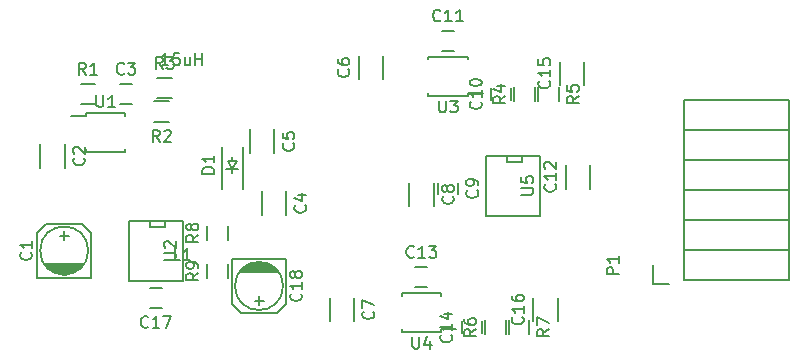
<source format=gto>
G04 #@! TF.FileFunction,Legend,Top*
%FSLAX46Y46*%
G04 Gerber Fmt 4.6, Leading zero omitted, Abs format (unit mm)*
G04 Created by KiCad (PCBNEW (2014-11-17 BZR 5289)-product) date Mon 10 Aug 2015 05:49:24 PM EDT*
%MOMM*%
G01*
G04 APERTURE LIST*
%ADD10C,0.100000*%
%ADD11C,0.150000*%
G04 APERTURE END LIST*
D10*
D11*
X154925000Y-128750000D02*
X154925000Y-126750000D01*
X157075000Y-126750000D02*
X157075000Y-128750000D01*
X171250000Y-128182500D02*
X171250000Y-127801500D01*
X171250000Y-129198500D02*
X171250000Y-128817500D01*
X171250000Y-128817500D02*
X170869000Y-128182500D01*
X170869000Y-128182500D02*
X171631000Y-128182500D01*
X171631000Y-128182500D02*
X171250000Y-128817500D01*
X170742000Y-128817500D02*
X171758000Y-128817500D01*
X172150000Y-130500000D02*
X172150000Y-126960000D01*
X170350000Y-130500000D02*
X170350000Y-126960000D01*
X218350000Y-123030000D02*
X209520000Y-123030000D01*
X218350000Y-125570000D02*
X218350000Y-123030000D01*
X209520000Y-125570000D02*
X209520000Y-123030000D01*
X209520000Y-128110000D02*
X209520000Y-125570000D01*
X218350000Y-128110000D02*
X218350000Y-125570000D01*
X218350000Y-125570000D02*
X209520000Y-125570000D01*
X218350000Y-128110000D02*
X209520000Y-128110000D01*
X218350000Y-130650000D02*
X218350000Y-128110000D01*
X209520000Y-130650000D02*
X209520000Y-128110000D01*
X209520000Y-133190000D02*
X209520000Y-130650000D01*
X218350000Y-133190000D02*
X218350000Y-130650000D01*
X218350000Y-130650000D02*
X209520000Y-130650000D01*
X218350000Y-133190000D02*
X209520000Y-133190000D01*
X218350000Y-135730000D02*
X218350000Y-133190000D01*
X209520000Y-135730000D02*
X218350000Y-135730000D01*
X209520000Y-135730000D02*
X209520000Y-133190000D01*
X209520000Y-138270000D02*
X209520000Y-135730000D01*
X206850000Y-137000000D02*
X206850000Y-138550000D01*
X206850000Y-138550000D02*
X208250000Y-138550000D01*
X209520000Y-138270000D02*
X218350000Y-138270000D01*
X218350000Y-138270000D02*
X218350000Y-135730000D01*
X218350000Y-135730000D02*
X209520000Y-135730000D01*
X159600000Y-123375000D02*
X158400000Y-123375000D01*
X158400000Y-121625000D02*
X159600000Y-121625000D01*
X164650000Y-123125000D02*
X165850000Y-123125000D01*
X165850000Y-124875000D02*
X164650000Y-124875000D01*
X166100000Y-122875000D02*
X164900000Y-122875000D01*
X164900000Y-121125000D02*
X166100000Y-121125000D01*
X196875000Y-121900000D02*
X196875000Y-123100000D01*
X195125000Y-123100000D02*
X195125000Y-121900000D01*
X197125000Y-123100000D02*
X197125000Y-121900000D01*
X198875000Y-121900000D02*
X198875000Y-123100000D01*
X194375000Y-141650000D02*
X194375000Y-142850000D01*
X192625000Y-142850000D02*
X192625000Y-141650000D01*
X194625000Y-142850000D02*
X194625000Y-141650000D01*
X196375000Y-141650000D02*
X196375000Y-142850000D01*
X170875000Y-133650000D02*
X170875000Y-134850000D01*
X169125000Y-134850000D02*
X169125000Y-133650000D01*
X170875000Y-136900000D02*
X170875000Y-138100000D01*
X169125000Y-138100000D02*
X169125000Y-136900000D01*
X158825000Y-124075000D02*
X158825000Y-124325000D01*
X162175000Y-124075000D02*
X162175000Y-124325000D01*
X162175000Y-127425000D02*
X162175000Y-127175000D01*
X158825000Y-127425000D02*
X158825000Y-127175000D01*
X158825000Y-124075000D02*
X162175000Y-124075000D01*
X158825000Y-127425000D02*
X162175000Y-127425000D01*
X158825000Y-124325000D02*
X157575000Y-124325000D01*
X191175000Y-122675000D02*
X191175000Y-122425000D01*
X187825000Y-122675000D02*
X187825000Y-122425000D01*
X187825000Y-119325000D02*
X187825000Y-119575000D01*
X191175000Y-119325000D02*
X191175000Y-119575000D01*
X191175000Y-122675000D02*
X187825000Y-122675000D01*
X191175000Y-119325000D02*
X187825000Y-119325000D01*
X191175000Y-122425000D02*
X192425000Y-122425000D01*
X188925000Y-142675000D02*
X188925000Y-142425000D01*
X185575000Y-142675000D02*
X185575000Y-142425000D01*
X185575000Y-139325000D02*
X185575000Y-139575000D01*
X188925000Y-139325000D02*
X188925000Y-139575000D01*
X188925000Y-142675000D02*
X185575000Y-142675000D01*
X188925000Y-139325000D02*
X185575000Y-139325000D01*
X188925000Y-142425000D02*
X190175000Y-142425000D01*
X197286000Y-127710000D02*
X197286000Y-132790000D01*
X197286000Y-132790000D02*
X192714000Y-132790000D01*
X192714000Y-132790000D02*
X192714000Y-127710000D01*
X192714000Y-127710000D02*
X197286000Y-127710000D01*
X195762000Y-127710000D02*
X195762000Y-128218000D01*
X195762000Y-128218000D02*
X194492000Y-128218000D01*
X194492000Y-128218000D02*
X194492000Y-127710000D01*
X157000000Y-134099000D02*
X157000000Y-134861000D01*
X156619000Y-134480000D02*
X157381000Y-134480000D01*
X159286000Y-134226000D02*
X159286000Y-138036000D01*
X155476000Y-133464000D02*
X158524000Y-133464000D01*
X159286000Y-134226000D02*
X158524000Y-133464000D01*
X154714000Y-134226000D02*
X154714000Y-138036000D01*
X154714000Y-134226000D02*
X155476000Y-133464000D01*
X157127000Y-137782000D02*
X156873000Y-137782000D01*
X156365000Y-137655000D02*
X157635000Y-137655000D01*
X157889000Y-137528000D02*
X156111000Y-137528000D01*
X158143000Y-137401000D02*
X155857000Y-137401000D01*
X155730000Y-137274000D02*
X158270000Y-137274000D01*
X158397000Y-137147000D02*
X155603000Y-137147000D01*
X155476000Y-137020000D02*
X158524000Y-137020000D01*
X155349000Y-136893000D02*
X158651000Y-136893000D01*
X154714000Y-138036000D02*
X159286000Y-138036000D01*
X159032000Y-135750000D02*
G75*
G03X159032000Y-135750000I-2032000J0D01*
G01*
X167036000Y-133210000D02*
X167036000Y-138290000D01*
X167036000Y-138290000D02*
X162464000Y-138290000D01*
X162464000Y-138290000D02*
X162464000Y-133210000D01*
X162464000Y-133210000D02*
X167036000Y-133210000D01*
X165512000Y-133210000D02*
X165512000Y-133718000D01*
X165512000Y-133718000D02*
X164242000Y-133718000D01*
X164242000Y-133718000D02*
X164242000Y-133210000D01*
X162750000Y-121650000D02*
X161750000Y-121650000D01*
X161750000Y-123350000D02*
X162750000Y-123350000D01*
X175775000Y-132750000D02*
X175775000Y-130750000D01*
X173725000Y-130750000D02*
X173725000Y-132750000D01*
X174775000Y-127500000D02*
X174775000Y-125500000D01*
X172725000Y-125500000D02*
X172725000Y-127500000D01*
X181975000Y-119250000D02*
X181975000Y-121250000D01*
X184025000Y-121250000D02*
X184025000Y-119250000D01*
X181525000Y-141750000D02*
X181525000Y-139750000D01*
X179475000Y-139750000D02*
X179475000Y-141750000D01*
X188275000Y-132000000D02*
X188275000Y-130000000D01*
X186225000Y-130000000D02*
X186225000Y-132000000D01*
X190350000Y-131000000D02*
X190350000Y-130000000D01*
X188650000Y-130000000D02*
X188650000Y-131000000D01*
X193150000Y-122000000D02*
X193150000Y-123000000D01*
X194850000Y-123000000D02*
X194850000Y-122000000D01*
X190000000Y-117150000D02*
X189000000Y-117150000D01*
X189000000Y-118850000D02*
X190000000Y-118850000D01*
X199475000Y-128500000D02*
X199475000Y-130500000D01*
X201525000Y-130500000D02*
X201525000Y-128500000D01*
X187750000Y-137150000D02*
X186750000Y-137150000D01*
X186750000Y-138850000D02*
X187750000Y-138850000D01*
X190650000Y-141750000D02*
X190650000Y-142750000D01*
X192350000Y-142750000D02*
X192350000Y-141750000D01*
X198975000Y-119750000D02*
X198975000Y-121750000D01*
X201025000Y-121750000D02*
X201025000Y-119750000D01*
X164250000Y-140600000D02*
X165250000Y-140600000D01*
X165250000Y-138900000D02*
X164250000Y-138900000D01*
X173500000Y-140401000D02*
X173500000Y-139639000D01*
X173881000Y-140020000D02*
X173119000Y-140020000D01*
X171214000Y-140274000D02*
X171214000Y-136464000D01*
X175024000Y-141036000D02*
X171976000Y-141036000D01*
X171214000Y-140274000D02*
X171976000Y-141036000D01*
X175786000Y-140274000D02*
X175786000Y-136464000D01*
X175786000Y-140274000D02*
X175024000Y-141036000D01*
X173373000Y-136718000D02*
X173627000Y-136718000D01*
X174135000Y-136845000D02*
X172865000Y-136845000D01*
X172611000Y-136972000D02*
X174389000Y-136972000D01*
X172357000Y-137099000D02*
X174643000Y-137099000D01*
X174770000Y-137226000D02*
X172230000Y-137226000D01*
X172103000Y-137353000D02*
X174897000Y-137353000D01*
X175024000Y-137480000D02*
X171976000Y-137480000D01*
X175151000Y-137607000D02*
X171849000Y-137607000D01*
X175786000Y-136464000D02*
X171214000Y-136464000D01*
X175532000Y-138750000D02*
G75*
G03X175532000Y-138750000I-2032000J0D01*
G01*
X196725000Y-139750000D02*
X196725000Y-141750000D01*
X198775000Y-141750000D02*
X198775000Y-139750000D01*
X158657143Y-127916666D02*
X158704762Y-127964285D01*
X158752381Y-128107142D01*
X158752381Y-128202380D01*
X158704762Y-128345238D01*
X158609524Y-128440476D01*
X158514286Y-128488095D01*
X158323810Y-128535714D01*
X158180952Y-128535714D01*
X157990476Y-128488095D01*
X157895238Y-128440476D01*
X157800000Y-128345238D01*
X157752381Y-128202380D01*
X157752381Y-128107142D01*
X157800000Y-127964285D01*
X157847619Y-127916666D01*
X157847619Y-127535714D02*
X157800000Y-127488095D01*
X157752381Y-127392857D01*
X157752381Y-127154761D01*
X157800000Y-127059523D01*
X157847619Y-127011904D01*
X157942857Y-126964285D01*
X158038095Y-126964285D01*
X158180952Y-127011904D01*
X158752381Y-127583333D01*
X158752381Y-126964285D01*
X169702381Y-129238095D02*
X168702381Y-129238095D01*
X168702381Y-129000000D01*
X168750000Y-128857142D01*
X168845238Y-128761904D01*
X168940476Y-128714285D01*
X169130952Y-128666666D01*
X169273810Y-128666666D01*
X169464286Y-128714285D01*
X169559524Y-128761904D01*
X169654762Y-128857142D01*
X169702381Y-129000000D01*
X169702381Y-129238095D01*
X169702381Y-127714285D02*
X169702381Y-128285714D01*
X169702381Y-128000000D02*
X168702381Y-128000000D01*
X168845238Y-128095238D01*
X168940476Y-128190476D01*
X168988095Y-128285714D01*
X166833334Y-136572381D02*
X166357143Y-136572381D01*
X166357143Y-135572381D01*
X167690477Y-136572381D02*
X167119048Y-136572381D01*
X167404762Y-136572381D02*
X167404762Y-135572381D01*
X167309524Y-135715238D01*
X167214286Y-135810476D01*
X167119048Y-135858095D01*
X165833334Y-120062381D02*
X165261905Y-120062381D01*
X165547619Y-120062381D02*
X165547619Y-119062381D01*
X165452381Y-119205238D01*
X165357143Y-119300476D01*
X165261905Y-119348095D01*
X166738096Y-119062381D02*
X166261905Y-119062381D01*
X166214286Y-119538571D01*
X166261905Y-119490952D01*
X166357143Y-119443333D01*
X166595239Y-119443333D01*
X166690477Y-119490952D01*
X166738096Y-119538571D01*
X166785715Y-119633810D01*
X166785715Y-119871905D01*
X166738096Y-119967143D01*
X166690477Y-120014762D01*
X166595239Y-120062381D01*
X166357143Y-120062381D01*
X166261905Y-120014762D01*
X166214286Y-119967143D01*
X167642858Y-119395714D02*
X167642858Y-120062381D01*
X167214286Y-119395714D02*
X167214286Y-119919524D01*
X167261905Y-120014762D01*
X167357143Y-120062381D01*
X167500001Y-120062381D01*
X167595239Y-120014762D01*
X167642858Y-119967143D01*
X168119048Y-120062381D02*
X168119048Y-119062381D01*
X168119048Y-119538571D02*
X168690477Y-119538571D01*
X168690477Y-120062381D02*
X168690477Y-119062381D01*
X203952381Y-137738095D02*
X202952381Y-137738095D01*
X202952381Y-137357142D01*
X203000000Y-137261904D01*
X203047619Y-137214285D01*
X203142857Y-137166666D01*
X203285714Y-137166666D01*
X203380952Y-137214285D01*
X203428571Y-137261904D01*
X203476190Y-137357142D01*
X203476190Y-137738095D01*
X203952381Y-136214285D02*
X203952381Y-136785714D01*
X203952381Y-136500000D02*
X202952381Y-136500000D01*
X203095238Y-136595238D01*
X203190476Y-136690476D01*
X203238095Y-136785714D01*
X158833334Y-120852381D02*
X158500000Y-120376190D01*
X158261905Y-120852381D02*
X158261905Y-119852381D01*
X158642858Y-119852381D01*
X158738096Y-119900000D01*
X158785715Y-119947619D01*
X158833334Y-120042857D01*
X158833334Y-120185714D01*
X158785715Y-120280952D01*
X158738096Y-120328571D01*
X158642858Y-120376190D01*
X158261905Y-120376190D01*
X159785715Y-120852381D02*
X159214286Y-120852381D01*
X159500000Y-120852381D02*
X159500000Y-119852381D01*
X159404762Y-119995238D01*
X159309524Y-120090476D01*
X159214286Y-120138095D01*
X165083334Y-126552381D02*
X164750000Y-126076190D01*
X164511905Y-126552381D02*
X164511905Y-125552381D01*
X164892858Y-125552381D01*
X164988096Y-125600000D01*
X165035715Y-125647619D01*
X165083334Y-125742857D01*
X165083334Y-125885714D01*
X165035715Y-125980952D01*
X164988096Y-126028571D01*
X164892858Y-126076190D01*
X164511905Y-126076190D01*
X165464286Y-125647619D02*
X165511905Y-125600000D01*
X165607143Y-125552381D01*
X165845239Y-125552381D01*
X165940477Y-125600000D01*
X165988096Y-125647619D01*
X166035715Y-125742857D01*
X166035715Y-125838095D01*
X165988096Y-125980952D01*
X165416667Y-126552381D01*
X166035715Y-126552381D01*
X165333334Y-120352381D02*
X165000000Y-119876190D01*
X164761905Y-120352381D02*
X164761905Y-119352381D01*
X165142858Y-119352381D01*
X165238096Y-119400000D01*
X165285715Y-119447619D01*
X165333334Y-119542857D01*
X165333334Y-119685714D01*
X165285715Y-119780952D01*
X165238096Y-119828571D01*
X165142858Y-119876190D01*
X164761905Y-119876190D01*
X165666667Y-119352381D02*
X166285715Y-119352381D01*
X165952381Y-119733333D01*
X166095239Y-119733333D01*
X166190477Y-119780952D01*
X166238096Y-119828571D01*
X166285715Y-119923810D01*
X166285715Y-120161905D01*
X166238096Y-120257143D01*
X166190477Y-120304762D01*
X166095239Y-120352381D01*
X165809524Y-120352381D01*
X165714286Y-120304762D01*
X165666667Y-120257143D01*
X194352381Y-122666666D02*
X193876190Y-123000000D01*
X194352381Y-123238095D02*
X193352381Y-123238095D01*
X193352381Y-122857142D01*
X193400000Y-122761904D01*
X193447619Y-122714285D01*
X193542857Y-122666666D01*
X193685714Y-122666666D01*
X193780952Y-122714285D01*
X193828571Y-122761904D01*
X193876190Y-122857142D01*
X193876190Y-123238095D01*
X193685714Y-121809523D02*
X194352381Y-121809523D01*
X193304762Y-122047619D02*
X194019048Y-122285714D01*
X194019048Y-121666666D01*
X200552381Y-122666666D02*
X200076190Y-123000000D01*
X200552381Y-123238095D02*
X199552381Y-123238095D01*
X199552381Y-122857142D01*
X199600000Y-122761904D01*
X199647619Y-122714285D01*
X199742857Y-122666666D01*
X199885714Y-122666666D01*
X199980952Y-122714285D01*
X200028571Y-122761904D01*
X200076190Y-122857142D01*
X200076190Y-123238095D01*
X199552381Y-121761904D02*
X199552381Y-122238095D01*
X200028571Y-122285714D01*
X199980952Y-122238095D01*
X199933333Y-122142857D01*
X199933333Y-121904761D01*
X199980952Y-121809523D01*
X200028571Y-121761904D01*
X200123810Y-121714285D01*
X200361905Y-121714285D01*
X200457143Y-121761904D01*
X200504762Y-121809523D01*
X200552381Y-121904761D01*
X200552381Y-122142857D01*
X200504762Y-122238095D01*
X200457143Y-122285714D01*
X191852381Y-142416666D02*
X191376190Y-142750000D01*
X191852381Y-142988095D02*
X190852381Y-142988095D01*
X190852381Y-142607142D01*
X190900000Y-142511904D01*
X190947619Y-142464285D01*
X191042857Y-142416666D01*
X191185714Y-142416666D01*
X191280952Y-142464285D01*
X191328571Y-142511904D01*
X191376190Y-142607142D01*
X191376190Y-142988095D01*
X190852381Y-141559523D02*
X190852381Y-141750000D01*
X190900000Y-141845238D01*
X190947619Y-141892857D01*
X191090476Y-141988095D01*
X191280952Y-142035714D01*
X191661905Y-142035714D01*
X191757143Y-141988095D01*
X191804762Y-141940476D01*
X191852381Y-141845238D01*
X191852381Y-141654761D01*
X191804762Y-141559523D01*
X191757143Y-141511904D01*
X191661905Y-141464285D01*
X191423810Y-141464285D01*
X191328571Y-141511904D01*
X191280952Y-141559523D01*
X191233333Y-141654761D01*
X191233333Y-141845238D01*
X191280952Y-141940476D01*
X191328571Y-141988095D01*
X191423810Y-142035714D01*
X198052381Y-142416666D02*
X197576190Y-142750000D01*
X198052381Y-142988095D02*
X197052381Y-142988095D01*
X197052381Y-142607142D01*
X197100000Y-142511904D01*
X197147619Y-142464285D01*
X197242857Y-142416666D01*
X197385714Y-142416666D01*
X197480952Y-142464285D01*
X197528571Y-142511904D01*
X197576190Y-142607142D01*
X197576190Y-142988095D01*
X197052381Y-142083333D02*
X197052381Y-141416666D01*
X198052381Y-141845238D01*
X168352381Y-134416666D02*
X167876190Y-134750000D01*
X168352381Y-134988095D02*
X167352381Y-134988095D01*
X167352381Y-134607142D01*
X167400000Y-134511904D01*
X167447619Y-134464285D01*
X167542857Y-134416666D01*
X167685714Y-134416666D01*
X167780952Y-134464285D01*
X167828571Y-134511904D01*
X167876190Y-134607142D01*
X167876190Y-134988095D01*
X167780952Y-133845238D02*
X167733333Y-133940476D01*
X167685714Y-133988095D01*
X167590476Y-134035714D01*
X167542857Y-134035714D01*
X167447619Y-133988095D01*
X167400000Y-133940476D01*
X167352381Y-133845238D01*
X167352381Y-133654761D01*
X167400000Y-133559523D01*
X167447619Y-133511904D01*
X167542857Y-133464285D01*
X167590476Y-133464285D01*
X167685714Y-133511904D01*
X167733333Y-133559523D01*
X167780952Y-133654761D01*
X167780952Y-133845238D01*
X167828571Y-133940476D01*
X167876190Y-133988095D01*
X167971429Y-134035714D01*
X168161905Y-134035714D01*
X168257143Y-133988095D01*
X168304762Y-133940476D01*
X168352381Y-133845238D01*
X168352381Y-133654761D01*
X168304762Y-133559523D01*
X168257143Y-133511904D01*
X168161905Y-133464285D01*
X167971429Y-133464285D01*
X167876190Y-133511904D01*
X167828571Y-133559523D01*
X167780952Y-133654761D01*
X168352381Y-137666666D02*
X167876190Y-138000000D01*
X168352381Y-138238095D02*
X167352381Y-138238095D01*
X167352381Y-137857142D01*
X167400000Y-137761904D01*
X167447619Y-137714285D01*
X167542857Y-137666666D01*
X167685714Y-137666666D01*
X167780952Y-137714285D01*
X167828571Y-137761904D01*
X167876190Y-137857142D01*
X167876190Y-138238095D01*
X168352381Y-137190476D02*
X168352381Y-137000000D01*
X168304762Y-136904761D01*
X168257143Y-136857142D01*
X168114286Y-136761904D01*
X167923810Y-136714285D01*
X167542857Y-136714285D01*
X167447619Y-136761904D01*
X167400000Y-136809523D01*
X167352381Y-136904761D01*
X167352381Y-137095238D01*
X167400000Y-137190476D01*
X167447619Y-137238095D01*
X167542857Y-137285714D01*
X167780952Y-137285714D01*
X167876190Y-137238095D01*
X167923810Y-137190476D01*
X167971429Y-137095238D01*
X167971429Y-136904761D01*
X167923810Y-136809523D01*
X167876190Y-136761904D01*
X167780952Y-136714285D01*
X159738095Y-122602381D02*
X159738095Y-123411905D01*
X159785714Y-123507143D01*
X159833333Y-123554762D01*
X159928571Y-123602381D01*
X160119048Y-123602381D01*
X160214286Y-123554762D01*
X160261905Y-123507143D01*
X160309524Y-123411905D01*
X160309524Y-122602381D01*
X161309524Y-123602381D02*
X160738095Y-123602381D01*
X161023809Y-123602381D02*
X161023809Y-122602381D01*
X160928571Y-122745238D01*
X160833333Y-122840476D01*
X160738095Y-122888095D01*
X188738095Y-123052381D02*
X188738095Y-123861905D01*
X188785714Y-123957143D01*
X188833333Y-124004762D01*
X188928571Y-124052381D01*
X189119048Y-124052381D01*
X189214286Y-124004762D01*
X189261905Y-123957143D01*
X189309524Y-123861905D01*
X189309524Y-123052381D01*
X189690476Y-123052381D02*
X190309524Y-123052381D01*
X189976190Y-123433333D01*
X190119048Y-123433333D01*
X190214286Y-123480952D01*
X190261905Y-123528571D01*
X190309524Y-123623810D01*
X190309524Y-123861905D01*
X190261905Y-123957143D01*
X190214286Y-124004762D01*
X190119048Y-124052381D01*
X189833333Y-124052381D01*
X189738095Y-124004762D01*
X189690476Y-123957143D01*
X186488095Y-143052381D02*
X186488095Y-143861905D01*
X186535714Y-143957143D01*
X186583333Y-144004762D01*
X186678571Y-144052381D01*
X186869048Y-144052381D01*
X186964286Y-144004762D01*
X187011905Y-143957143D01*
X187059524Y-143861905D01*
X187059524Y-143052381D01*
X187964286Y-143385714D02*
X187964286Y-144052381D01*
X187726190Y-143004762D02*
X187488095Y-143719048D01*
X188107143Y-143719048D01*
X195722381Y-131011905D02*
X196531905Y-131011905D01*
X196627143Y-130964286D01*
X196674762Y-130916667D01*
X196722381Y-130821429D01*
X196722381Y-130630952D01*
X196674762Y-130535714D01*
X196627143Y-130488095D01*
X196531905Y-130440476D01*
X195722381Y-130440476D01*
X195722381Y-129488095D02*
X195722381Y-129964286D01*
X196198571Y-130011905D01*
X196150952Y-129964286D01*
X196103333Y-129869048D01*
X196103333Y-129630952D01*
X196150952Y-129535714D01*
X196198571Y-129488095D01*
X196293810Y-129440476D01*
X196531905Y-129440476D01*
X196627143Y-129488095D01*
X196674762Y-129535714D01*
X196722381Y-129630952D01*
X196722381Y-129869048D01*
X196674762Y-129964286D01*
X196627143Y-130011905D01*
X154182143Y-135916666D02*
X154229762Y-135964285D01*
X154277381Y-136107142D01*
X154277381Y-136202380D01*
X154229762Y-136345238D01*
X154134524Y-136440476D01*
X154039286Y-136488095D01*
X153848810Y-136535714D01*
X153705952Y-136535714D01*
X153515476Y-136488095D01*
X153420238Y-136440476D01*
X153325000Y-136345238D01*
X153277381Y-136202380D01*
X153277381Y-136107142D01*
X153325000Y-135964285D01*
X153372619Y-135916666D01*
X154277381Y-134964285D02*
X154277381Y-135535714D01*
X154277381Y-135250000D02*
X153277381Y-135250000D01*
X153420238Y-135345238D01*
X153515476Y-135440476D01*
X153563095Y-135535714D01*
X165472381Y-136511905D02*
X166281905Y-136511905D01*
X166377143Y-136464286D01*
X166424762Y-136416667D01*
X166472381Y-136321429D01*
X166472381Y-136130952D01*
X166424762Y-136035714D01*
X166377143Y-135988095D01*
X166281905Y-135940476D01*
X165472381Y-135940476D01*
X165567619Y-135511905D02*
X165520000Y-135464286D01*
X165472381Y-135369048D01*
X165472381Y-135130952D01*
X165520000Y-135035714D01*
X165567619Y-134988095D01*
X165662857Y-134940476D01*
X165758095Y-134940476D01*
X165900952Y-134988095D01*
X166472381Y-135559524D01*
X166472381Y-134940476D01*
X162083334Y-120757143D02*
X162035715Y-120804762D01*
X161892858Y-120852381D01*
X161797620Y-120852381D01*
X161654762Y-120804762D01*
X161559524Y-120709524D01*
X161511905Y-120614286D01*
X161464286Y-120423810D01*
X161464286Y-120280952D01*
X161511905Y-120090476D01*
X161559524Y-119995238D01*
X161654762Y-119900000D01*
X161797620Y-119852381D01*
X161892858Y-119852381D01*
X162035715Y-119900000D01*
X162083334Y-119947619D01*
X162416667Y-119852381D02*
X163035715Y-119852381D01*
X162702381Y-120233333D01*
X162845239Y-120233333D01*
X162940477Y-120280952D01*
X162988096Y-120328571D01*
X163035715Y-120423810D01*
X163035715Y-120661905D01*
X162988096Y-120757143D01*
X162940477Y-120804762D01*
X162845239Y-120852381D01*
X162559524Y-120852381D01*
X162464286Y-120804762D01*
X162416667Y-120757143D01*
X177407143Y-131916666D02*
X177454762Y-131964285D01*
X177502381Y-132107142D01*
X177502381Y-132202380D01*
X177454762Y-132345238D01*
X177359524Y-132440476D01*
X177264286Y-132488095D01*
X177073810Y-132535714D01*
X176930952Y-132535714D01*
X176740476Y-132488095D01*
X176645238Y-132440476D01*
X176550000Y-132345238D01*
X176502381Y-132202380D01*
X176502381Y-132107142D01*
X176550000Y-131964285D01*
X176597619Y-131916666D01*
X176835714Y-131059523D02*
X177502381Y-131059523D01*
X176454762Y-131297619D02*
X177169048Y-131535714D01*
X177169048Y-130916666D01*
X176407143Y-126666666D02*
X176454762Y-126714285D01*
X176502381Y-126857142D01*
X176502381Y-126952380D01*
X176454762Y-127095238D01*
X176359524Y-127190476D01*
X176264286Y-127238095D01*
X176073810Y-127285714D01*
X175930952Y-127285714D01*
X175740476Y-127238095D01*
X175645238Y-127190476D01*
X175550000Y-127095238D01*
X175502381Y-126952380D01*
X175502381Y-126857142D01*
X175550000Y-126714285D01*
X175597619Y-126666666D01*
X175502381Y-125761904D02*
X175502381Y-126238095D01*
X175978571Y-126285714D01*
X175930952Y-126238095D01*
X175883333Y-126142857D01*
X175883333Y-125904761D01*
X175930952Y-125809523D01*
X175978571Y-125761904D01*
X176073810Y-125714285D01*
X176311905Y-125714285D01*
X176407143Y-125761904D01*
X176454762Y-125809523D01*
X176502381Y-125904761D01*
X176502381Y-126142857D01*
X176454762Y-126238095D01*
X176407143Y-126285714D01*
X181057143Y-120416666D02*
X181104762Y-120464285D01*
X181152381Y-120607142D01*
X181152381Y-120702380D01*
X181104762Y-120845238D01*
X181009524Y-120940476D01*
X180914286Y-120988095D01*
X180723810Y-121035714D01*
X180580952Y-121035714D01*
X180390476Y-120988095D01*
X180295238Y-120940476D01*
X180200000Y-120845238D01*
X180152381Y-120702380D01*
X180152381Y-120607142D01*
X180200000Y-120464285D01*
X180247619Y-120416666D01*
X180152381Y-119559523D02*
X180152381Y-119750000D01*
X180200000Y-119845238D01*
X180247619Y-119892857D01*
X180390476Y-119988095D01*
X180580952Y-120035714D01*
X180961905Y-120035714D01*
X181057143Y-119988095D01*
X181104762Y-119940476D01*
X181152381Y-119845238D01*
X181152381Y-119654761D01*
X181104762Y-119559523D01*
X181057143Y-119511904D01*
X180961905Y-119464285D01*
X180723810Y-119464285D01*
X180628571Y-119511904D01*
X180580952Y-119559523D01*
X180533333Y-119654761D01*
X180533333Y-119845238D01*
X180580952Y-119940476D01*
X180628571Y-119988095D01*
X180723810Y-120035714D01*
X183157143Y-140916666D02*
X183204762Y-140964285D01*
X183252381Y-141107142D01*
X183252381Y-141202380D01*
X183204762Y-141345238D01*
X183109524Y-141440476D01*
X183014286Y-141488095D01*
X182823810Y-141535714D01*
X182680952Y-141535714D01*
X182490476Y-141488095D01*
X182395238Y-141440476D01*
X182300000Y-141345238D01*
X182252381Y-141202380D01*
X182252381Y-141107142D01*
X182300000Y-140964285D01*
X182347619Y-140916666D01*
X182252381Y-140583333D02*
X182252381Y-139916666D01*
X183252381Y-140345238D01*
X189907143Y-131166666D02*
X189954762Y-131214285D01*
X190002381Y-131357142D01*
X190002381Y-131452380D01*
X189954762Y-131595238D01*
X189859524Y-131690476D01*
X189764286Y-131738095D01*
X189573810Y-131785714D01*
X189430952Y-131785714D01*
X189240476Y-131738095D01*
X189145238Y-131690476D01*
X189050000Y-131595238D01*
X189002381Y-131452380D01*
X189002381Y-131357142D01*
X189050000Y-131214285D01*
X189097619Y-131166666D01*
X189430952Y-130595238D02*
X189383333Y-130690476D01*
X189335714Y-130738095D01*
X189240476Y-130785714D01*
X189192857Y-130785714D01*
X189097619Y-130738095D01*
X189050000Y-130690476D01*
X189002381Y-130595238D01*
X189002381Y-130404761D01*
X189050000Y-130309523D01*
X189097619Y-130261904D01*
X189192857Y-130214285D01*
X189240476Y-130214285D01*
X189335714Y-130261904D01*
X189383333Y-130309523D01*
X189430952Y-130404761D01*
X189430952Y-130595238D01*
X189478571Y-130690476D01*
X189526190Y-130738095D01*
X189621429Y-130785714D01*
X189811905Y-130785714D01*
X189907143Y-130738095D01*
X189954762Y-130690476D01*
X190002381Y-130595238D01*
X190002381Y-130404761D01*
X189954762Y-130309523D01*
X189907143Y-130261904D01*
X189811905Y-130214285D01*
X189621429Y-130214285D01*
X189526190Y-130261904D01*
X189478571Y-130309523D01*
X189430952Y-130404761D01*
X191957143Y-130666666D02*
X192004762Y-130714285D01*
X192052381Y-130857142D01*
X192052381Y-130952380D01*
X192004762Y-131095238D01*
X191909524Y-131190476D01*
X191814286Y-131238095D01*
X191623810Y-131285714D01*
X191480952Y-131285714D01*
X191290476Y-131238095D01*
X191195238Y-131190476D01*
X191100000Y-131095238D01*
X191052381Y-130952380D01*
X191052381Y-130857142D01*
X191100000Y-130714285D01*
X191147619Y-130666666D01*
X192052381Y-130190476D02*
X192052381Y-130000000D01*
X192004762Y-129904761D01*
X191957143Y-129857142D01*
X191814286Y-129761904D01*
X191623810Y-129714285D01*
X191242857Y-129714285D01*
X191147619Y-129761904D01*
X191100000Y-129809523D01*
X191052381Y-129904761D01*
X191052381Y-130095238D01*
X191100000Y-130190476D01*
X191147619Y-130238095D01*
X191242857Y-130285714D01*
X191480952Y-130285714D01*
X191576190Y-130238095D01*
X191623810Y-130190476D01*
X191671429Y-130095238D01*
X191671429Y-129904761D01*
X191623810Y-129809523D01*
X191576190Y-129761904D01*
X191480952Y-129714285D01*
X192257143Y-123142857D02*
X192304762Y-123190476D01*
X192352381Y-123333333D01*
X192352381Y-123428571D01*
X192304762Y-123571429D01*
X192209524Y-123666667D01*
X192114286Y-123714286D01*
X191923810Y-123761905D01*
X191780952Y-123761905D01*
X191590476Y-123714286D01*
X191495238Y-123666667D01*
X191400000Y-123571429D01*
X191352381Y-123428571D01*
X191352381Y-123333333D01*
X191400000Y-123190476D01*
X191447619Y-123142857D01*
X192352381Y-122190476D02*
X192352381Y-122761905D01*
X192352381Y-122476191D02*
X191352381Y-122476191D01*
X191495238Y-122571429D01*
X191590476Y-122666667D01*
X191638095Y-122761905D01*
X191352381Y-121571429D02*
X191352381Y-121476190D01*
X191400000Y-121380952D01*
X191447619Y-121333333D01*
X191542857Y-121285714D01*
X191733333Y-121238095D01*
X191971429Y-121238095D01*
X192161905Y-121285714D01*
X192257143Y-121333333D01*
X192304762Y-121380952D01*
X192352381Y-121476190D01*
X192352381Y-121571429D01*
X192304762Y-121666667D01*
X192257143Y-121714286D01*
X192161905Y-121761905D01*
X191971429Y-121809524D01*
X191733333Y-121809524D01*
X191542857Y-121761905D01*
X191447619Y-121714286D01*
X191400000Y-121666667D01*
X191352381Y-121571429D01*
X188857143Y-116257143D02*
X188809524Y-116304762D01*
X188666667Y-116352381D01*
X188571429Y-116352381D01*
X188428571Y-116304762D01*
X188333333Y-116209524D01*
X188285714Y-116114286D01*
X188238095Y-115923810D01*
X188238095Y-115780952D01*
X188285714Y-115590476D01*
X188333333Y-115495238D01*
X188428571Y-115400000D01*
X188571429Y-115352381D01*
X188666667Y-115352381D01*
X188809524Y-115400000D01*
X188857143Y-115447619D01*
X189809524Y-116352381D02*
X189238095Y-116352381D01*
X189523809Y-116352381D02*
X189523809Y-115352381D01*
X189428571Y-115495238D01*
X189333333Y-115590476D01*
X189238095Y-115638095D01*
X190761905Y-116352381D02*
X190190476Y-116352381D01*
X190476190Y-116352381D02*
X190476190Y-115352381D01*
X190380952Y-115495238D01*
X190285714Y-115590476D01*
X190190476Y-115638095D01*
X198557143Y-130142857D02*
X198604762Y-130190476D01*
X198652381Y-130333333D01*
X198652381Y-130428571D01*
X198604762Y-130571429D01*
X198509524Y-130666667D01*
X198414286Y-130714286D01*
X198223810Y-130761905D01*
X198080952Y-130761905D01*
X197890476Y-130714286D01*
X197795238Y-130666667D01*
X197700000Y-130571429D01*
X197652381Y-130428571D01*
X197652381Y-130333333D01*
X197700000Y-130190476D01*
X197747619Y-130142857D01*
X198652381Y-129190476D02*
X198652381Y-129761905D01*
X198652381Y-129476191D02*
X197652381Y-129476191D01*
X197795238Y-129571429D01*
X197890476Y-129666667D01*
X197938095Y-129761905D01*
X197747619Y-128809524D02*
X197700000Y-128761905D01*
X197652381Y-128666667D01*
X197652381Y-128428571D01*
X197700000Y-128333333D01*
X197747619Y-128285714D01*
X197842857Y-128238095D01*
X197938095Y-128238095D01*
X198080952Y-128285714D01*
X198652381Y-128857143D01*
X198652381Y-128238095D01*
X186607143Y-136257143D02*
X186559524Y-136304762D01*
X186416667Y-136352381D01*
X186321429Y-136352381D01*
X186178571Y-136304762D01*
X186083333Y-136209524D01*
X186035714Y-136114286D01*
X185988095Y-135923810D01*
X185988095Y-135780952D01*
X186035714Y-135590476D01*
X186083333Y-135495238D01*
X186178571Y-135400000D01*
X186321429Y-135352381D01*
X186416667Y-135352381D01*
X186559524Y-135400000D01*
X186607143Y-135447619D01*
X187559524Y-136352381D02*
X186988095Y-136352381D01*
X187273809Y-136352381D02*
X187273809Y-135352381D01*
X187178571Y-135495238D01*
X187083333Y-135590476D01*
X186988095Y-135638095D01*
X187892857Y-135352381D02*
X188511905Y-135352381D01*
X188178571Y-135733333D01*
X188321429Y-135733333D01*
X188416667Y-135780952D01*
X188464286Y-135828571D01*
X188511905Y-135923810D01*
X188511905Y-136161905D01*
X188464286Y-136257143D01*
X188416667Y-136304762D01*
X188321429Y-136352381D01*
X188035714Y-136352381D01*
X187940476Y-136304762D01*
X187892857Y-136257143D01*
X189757143Y-142892857D02*
X189804762Y-142940476D01*
X189852381Y-143083333D01*
X189852381Y-143178571D01*
X189804762Y-143321429D01*
X189709524Y-143416667D01*
X189614286Y-143464286D01*
X189423810Y-143511905D01*
X189280952Y-143511905D01*
X189090476Y-143464286D01*
X188995238Y-143416667D01*
X188900000Y-143321429D01*
X188852381Y-143178571D01*
X188852381Y-143083333D01*
X188900000Y-142940476D01*
X188947619Y-142892857D01*
X189852381Y-141940476D02*
X189852381Y-142511905D01*
X189852381Y-142226191D02*
X188852381Y-142226191D01*
X188995238Y-142321429D01*
X189090476Y-142416667D01*
X189138095Y-142511905D01*
X189185714Y-141083333D02*
X189852381Y-141083333D01*
X188804762Y-141321429D02*
X189519048Y-141559524D01*
X189519048Y-140940476D01*
X198057143Y-121392857D02*
X198104762Y-121440476D01*
X198152381Y-121583333D01*
X198152381Y-121678571D01*
X198104762Y-121821429D01*
X198009524Y-121916667D01*
X197914286Y-121964286D01*
X197723810Y-122011905D01*
X197580952Y-122011905D01*
X197390476Y-121964286D01*
X197295238Y-121916667D01*
X197200000Y-121821429D01*
X197152381Y-121678571D01*
X197152381Y-121583333D01*
X197200000Y-121440476D01*
X197247619Y-121392857D01*
X198152381Y-120440476D02*
X198152381Y-121011905D01*
X198152381Y-120726191D02*
X197152381Y-120726191D01*
X197295238Y-120821429D01*
X197390476Y-120916667D01*
X197438095Y-121011905D01*
X197152381Y-119535714D02*
X197152381Y-120011905D01*
X197628571Y-120059524D01*
X197580952Y-120011905D01*
X197533333Y-119916667D01*
X197533333Y-119678571D01*
X197580952Y-119583333D01*
X197628571Y-119535714D01*
X197723810Y-119488095D01*
X197961905Y-119488095D01*
X198057143Y-119535714D01*
X198104762Y-119583333D01*
X198152381Y-119678571D01*
X198152381Y-119916667D01*
X198104762Y-120011905D01*
X198057143Y-120059524D01*
X164107143Y-142207143D02*
X164059524Y-142254762D01*
X163916667Y-142302381D01*
X163821429Y-142302381D01*
X163678571Y-142254762D01*
X163583333Y-142159524D01*
X163535714Y-142064286D01*
X163488095Y-141873810D01*
X163488095Y-141730952D01*
X163535714Y-141540476D01*
X163583333Y-141445238D01*
X163678571Y-141350000D01*
X163821429Y-141302381D01*
X163916667Y-141302381D01*
X164059524Y-141350000D01*
X164107143Y-141397619D01*
X165059524Y-142302381D02*
X164488095Y-142302381D01*
X164773809Y-142302381D02*
X164773809Y-141302381D01*
X164678571Y-141445238D01*
X164583333Y-141540476D01*
X164488095Y-141588095D01*
X165392857Y-141302381D02*
X166059524Y-141302381D01*
X165630952Y-142302381D01*
X177032143Y-139392857D02*
X177079762Y-139440476D01*
X177127381Y-139583333D01*
X177127381Y-139678571D01*
X177079762Y-139821429D01*
X176984524Y-139916667D01*
X176889286Y-139964286D01*
X176698810Y-140011905D01*
X176555952Y-140011905D01*
X176365476Y-139964286D01*
X176270238Y-139916667D01*
X176175000Y-139821429D01*
X176127381Y-139678571D01*
X176127381Y-139583333D01*
X176175000Y-139440476D01*
X176222619Y-139392857D01*
X177127381Y-138440476D02*
X177127381Y-139011905D01*
X177127381Y-138726191D02*
X176127381Y-138726191D01*
X176270238Y-138821429D01*
X176365476Y-138916667D01*
X176413095Y-139011905D01*
X176555952Y-137869048D02*
X176508333Y-137964286D01*
X176460714Y-138011905D01*
X176365476Y-138059524D01*
X176317857Y-138059524D01*
X176222619Y-138011905D01*
X176175000Y-137964286D01*
X176127381Y-137869048D01*
X176127381Y-137678571D01*
X176175000Y-137583333D01*
X176222619Y-137535714D01*
X176317857Y-137488095D01*
X176365476Y-137488095D01*
X176460714Y-137535714D01*
X176508333Y-137583333D01*
X176555952Y-137678571D01*
X176555952Y-137869048D01*
X176603571Y-137964286D01*
X176651190Y-138011905D01*
X176746429Y-138059524D01*
X176936905Y-138059524D01*
X177032143Y-138011905D01*
X177079762Y-137964286D01*
X177127381Y-137869048D01*
X177127381Y-137678571D01*
X177079762Y-137583333D01*
X177032143Y-137535714D01*
X176936905Y-137488095D01*
X176746429Y-137488095D01*
X176651190Y-137535714D01*
X176603571Y-137583333D01*
X176555952Y-137678571D01*
X195807143Y-141392857D02*
X195854762Y-141440476D01*
X195902381Y-141583333D01*
X195902381Y-141678571D01*
X195854762Y-141821429D01*
X195759524Y-141916667D01*
X195664286Y-141964286D01*
X195473810Y-142011905D01*
X195330952Y-142011905D01*
X195140476Y-141964286D01*
X195045238Y-141916667D01*
X194950000Y-141821429D01*
X194902381Y-141678571D01*
X194902381Y-141583333D01*
X194950000Y-141440476D01*
X194997619Y-141392857D01*
X195902381Y-140440476D02*
X195902381Y-141011905D01*
X195902381Y-140726191D02*
X194902381Y-140726191D01*
X195045238Y-140821429D01*
X195140476Y-140916667D01*
X195188095Y-141011905D01*
X194902381Y-139583333D02*
X194902381Y-139773810D01*
X194950000Y-139869048D01*
X194997619Y-139916667D01*
X195140476Y-140011905D01*
X195330952Y-140059524D01*
X195711905Y-140059524D01*
X195807143Y-140011905D01*
X195854762Y-139964286D01*
X195902381Y-139869048D01*
X195902381Y-139678571D01*
X195854762Y-139583333D01*
X195807143Y-139535714D01*
X195711905Y-139488095D01*
X195473810Y-139488095D01*
X195378571Y-139535714D01*
X195330952Y-139583333D01*
X195283333Y-139678571D01*
X195283333Y-139869048D01*
X195330952Y-139964286D01*
X195378571Y-140011905D01*
X195473810Y-140059524D01*
M02*

</source>
